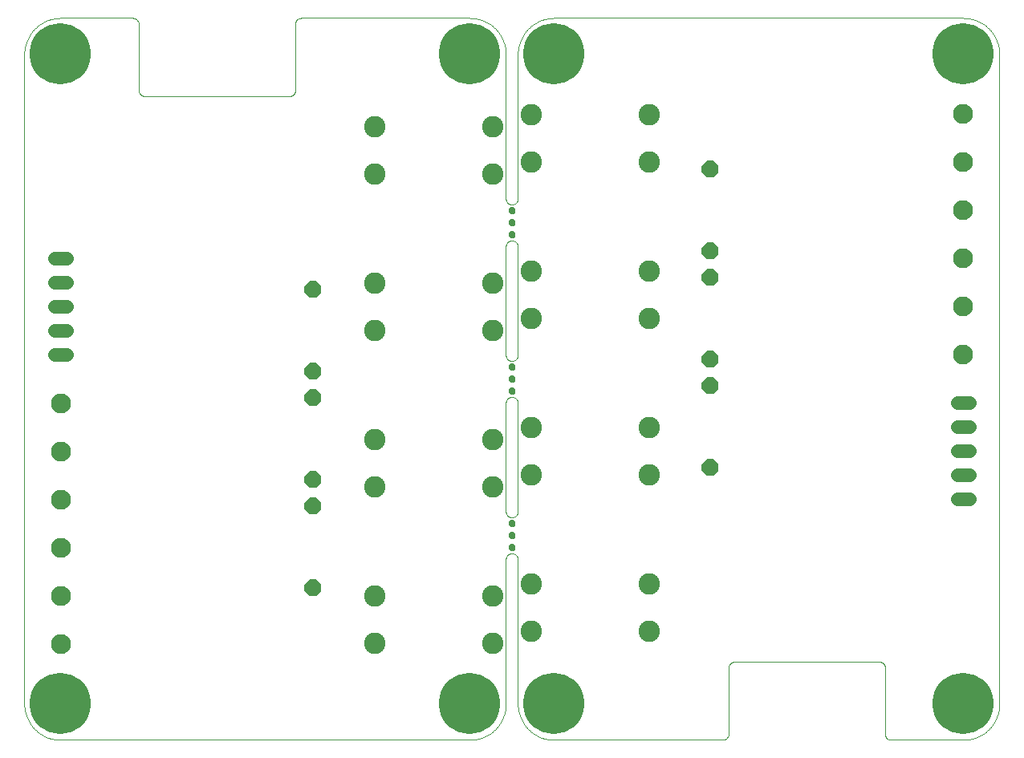
<source format=gbs>
G75*
%MOIN*%
%OFA0B0*%
%FSLAX25Y25*%
%IPPOS*%
%LPD*%
%AMOC8*
5,1,8,0,0,1.08239X$1,22.5*
%
%ADD10C,0.00000*%
%ADD11C,0.02762*%
%ADD12C,0.08274*%
%ADD13OC8,0.07000*%
%ADD14C,0.08900*%
%ADD15C,0.25400*%
%ADD16C,0.05600*%
D10*
X0021300Y0021600D02*
X0021300Y0291600D01*
X0021304Y0291962D01*
X0021318Y0292325D01*
X0021339Y0292687D01*
X0021370Y0293048D01*
X0021409Y0293408D01*
X0021457Y0293767D01*
X0021514Y0294125D01*
X0021579Y0294482D01*
X0021653Y0294837D01*
X0021736Y0295190D01*
X0021827Y0295541D01*
X0021926Y0295889D01*
X0022034Y0296235D01*
X0022150Y0296579D01*
X0022275Y0296919D01*
X0022407Y0297256D01*
X0022548Y0297590D01*
X0022697Y0297921D01*
X0022854Y0298248D01*
X0023018Y0298571D01*
X0023190Y0298890D01*
X0023370Y0299204D01*
X0023558Y0299515D01*
X0023753Y0299820D01*
X0023955Y0300121D01*
X0024165Y0300417D01*
X0024381Y0300707D01*
X0024605Y0300993D01*
X0024835Y0301273D01*
X0025072Y0301547D01*
X0025316Y0301815D01*
X0025566Y0302078D01*
X0025822Y0302334D01*
X0026085Y0302584D01*
X0026353Y0302828D01*
X0026627Y0303065D01*
X0026907Y0303295D01*
X0027193Y0303519D01*
X0027483Y0303735D01*
X0027779Y0303945D01*
X0028080Y0304147D01*
X0028385Y0304342D01*
X0028696Y0304530D01*
X0029010Y0304710D01*
X0029329Y0304882D01*
X0029652Y0305046D01*
X0029979Y0305203D01*
X0030310Y0305352D01*
X0030644Y0305493D01*
X0030981Y0305625D01*
X0031321Y0305750D01*
X0031665Y0305866D01*
X0032011Y0305974D01*
X0032359Y0306073D01*
X0032710Y0306164D01*
X0033063Y0306247D01*
X0033418Y0306321D01*
X0033775Y0306386D01*
X0034133Y0306443D01*
X0034492Y0306491D01*
X0034852Y0306530D01*
X0035213Y0306561D01*
X0035575Y0306582D01*
X0035938Y0306596D01*
X0036300Y0306600D01*
X0066300Y0306600D01*
X0066398Y0306598D01*
X0066496Y0306592D01*
X0066594Y0306583D01*
X0066691Y0306569D01*
X0066788Y0306552D01*
X0066884Y0306531D01*
X0066979Y0306506D01*
X0067073Y0306478D01*
X0067165Y0306445D01*
X0067257Y0306410D01*
X0067347Y0306370D01*
X0067435Y0306328D01*
X0067522Y0306281D01*
X0067606Y0306232D01*
X0067689Y0306179D01*
X0067769Y0306123D01*
X0067848Y0306063D01*
X0067924Y0306001D01*
X0067997Y0305936D01*
X0068068Y0305868D01*
X0068136Y0305797D01*
X0068201Y0305724D01*
X0068263Y0305648D01*
X0068323Y0305569D01*
X0068379Y0305489D01*
X0068432Y0305406D01*
X0068481Y0305322D01*
X0068528Y0305235D01*
X0068570Y0305147D01*
X0068610Y0305057D01*
X0068645Y0304965D01*
X0068678Y0304873D01*
X0068706Y0304779D01*
X0068731Y0304684D01*
X0068752Y0304588D01*
X0068769Y0304491D01*
X0068783Y0304394D01*
X0068792Y0304296D01*
X0068798Y0304198D01*
X0068800Y0304100D01*
X0068800Y0276600D01*
X0068802Y0276502D01*
X0068808Y0276404D01*
X0068817Y0276306D01*
X0068831Y0276209D01*
X0068848Y0276112D01*
X0068869Y0276016D01*
X0068894Y0275921D01*
X0068922Y0275827D01*
X0068955Y0275735D01*
X0068990Y0275643D01*
X0069030Y0275553D01*
X0069072Y0275465D01*
X0069119Y0275378D01*
X0069168Y0275294D01*
X0069221Y0275211D01*
X0069277Y0275131D01*
X0069337Y0275052D01*
X0069399Y0274976D01*
X0069464Y0274903D01*
X0069532Y0274832D01*
X0069603Y0274764D01*
X0069676Y0274699D01*
X0069752Y0274637D01*
X0069831Y0274577D01*
X0069911Y0274521D01*
X0069994Y0274468D01*
X0070078Y0274419D01*
X0070165Y0274372D01*
X0070253Y0274330D01*
X0070343Y0274290D01*
X0070435Y0274255D01*
X0070527Y0274222D01*
X0070621Y0274194D01*
X0070716Y0274169D01*
X0070812Y0274148D01*
X0070909Y0274131D01*
X0071006Y0274117D01*
X0071104Y0274108D01*
X0071202Y0274102D01*
X0071300Y0274100D01*
X0131300Y0274100D01*
X0131398Y0274102D01*
X0131496Y0274108D01*
X0131594Y0274117D01*
X0131691Y0274131D01*
X0131788Y0274148D01*
X0131884Y0274169D01*
X0131979Y0274194D01*
X0132073Y0274222D01*
X0132165Y0274255D01*
X0132257Y0274290D01*
X0132347Y0274330D01*
X0132435Y0274372D01*
X0132522Y0274419D01*
X0132606Y0274468D01*
X0132689Y0274521D01*
X0132769Y0274577D01*
X0132848Y0274637D01*
X0132924Y0274699D01*
X0132997Y0274764D01*
X0133068Y0274832D01*
X0133136Y0274903D01*
X0133201Y0274976D01*
X0133263Y0275052D01*
X0133323Y0275131D01*
X0133379Y0275211D01*
X0133432Y0275294D01*
X0133481Y0275378D01*
X0133528Y0275465D01*
X0133570Y0275553D01*
X0133610Y0275643D01*
X0133645Y0275735D01*
X0133678Y0275827D01*
X0133706Y0275921D01*
X0133731Y0276016D01*
X0133752Y0276112D01*
X0133769Y0276209D01*
X0133783Y0276306D01*
X0133792Y0276404D01*
X0133798Y0276502D01*
X0133800Y0276600D01*
X0133800Y0304100D01*
X0133802Y0304198D01*
X0133808Y0304296D01*
X0133817Y0304394D01*
X0133831Y0304491D01*
X0133848Y0304588D01*
X0133869Y0304684D01*
X0133894Y0304779D01*
X0133922Y0304873D01*
X0133955Y0304965D01*
X0133990Y0305057D01*
X0134030Y0305147D01*
X0134072Y0305235D01*
X0134119Y0305322D01*
X0134168Y0305406D01*
X0134221Y0305489D01*
X0134277Y0305569D01*
X0134337Y0305648D01*
X0134399Y0305724D01*
X0134464Y0305797D01*
X0134532Y0305868D01*
X0134603Y0305936D01*
X0134676Y0306001D01*
X0134752Y0306063D01*
X0134831Y0306123D01*
X0134911Y0306179D01*
X0134994Y0306232D01*
X0135078Y0306281D01*
X0135165Y0306328D01*
X0135253Y0306370D01*
X0135343Y0306410D01*
X0135435Y0306445D01*
X0135527Y0306478D01*
X0135621Y0306506D01*
X0135716Y0306531D01*
X0135812Y0306552D01*
X0135909Y0306569D01*
X0136006Y0306583D01*
X0136104Y0306592D01*
X0136202Y0306598D01*
X0136300Y0306600D01*
X0206300Y0306600D01*
X0206662Y0306596D01*
X0207025Y0306582D01*
X0207387Y0306561D01*
X0207748Y0306530D01*
X0208108Y0306491D01*
X0208467Y0306443D01*
X0208825Y0306386D01*
X0209182Y0306321D01*
X0209537Y0306247D01*
X0209890Y0306164D01*
X0210241Y0306073D01*
X0210589Y0305974D01*
X0210935Y0305866D01*
X0211279Y0305750D01*
X0211619Y0305625D01*
X0211956Y0305493D01*
X0212290Y0305352D01*
X0212621Y0305203D01*
X0212948Y0305046D01*
X0213271Y0304882D01*
X0213590Y0304710D01*
X0213904Y0304530D01*
X0214215Y0304342D01*
X0214520Y0304147D01*
X0214821Y0303945D01*
X0215117Y0303735D01*
X0215407Y0303519D01*
X0215693Y0303295D01*
X0215973Y0303065D01*
X0216247Y0302828D01*
X0216515Y0302584D01*
X0216778Y0302334D01*
X0217034Y0302078D01*
X0217284Y0301815D01*
X0217528Y0301547D01*
X0217765Y0301273D01*
X0217995Y0300993D01*
X0218219Y0300707D01*
X0218435Y0300417D01*
X0218645Y0300121D01*
X0218847Y0299820D01*
X0219042Y0299515D01*
X0219230Y0299204D01*
X0219410Y0298890D01*
X0219582Y0298571D01*
X0219746Y0298248D01*
X0219903Y0297921D01*
X0220052Y0297590D01*
X0220193Y0297256D01*
X0220325Y0296919D01*
X0220450Y0296579D01*
X0220566Y0296235D01*
X0220674Y0295889D01*
X0220773Y0295541D01*
X0220864Y0295190D01*
X0220947Y0294837D01*
X0221021Y0294482D01*
X0221086Y0294125D01*
X0221143Y0293767D01*
X0221191Y0293408D01*
X0221230Y0293048D01*
X0221261Y0292687D01*
X0221282Y0292325D01*
X0221296Y0291962D01*
X0221300Y0291600D01*
X0221300Y0231600D01*
X0221302Y0231502D01*
X0221308Y0231404D01*
X0221317Y0231306D01*
X0221331Y0231209D01*
X0221348Y0231112D01*
X0221369Y0231016D01*
X0221394Y0230921D01*
X0221422Y0230827D01*
X0221455Y0230735D01*
X0221490Y0230643D01*
X0221530Y0230553D01*
X0221572Y0230465D01*
X0221619Y0230378D01*
X0221668Y0230294D01*
X0221721Y0230211D01*
X0221777Y0230131D01*
X0221837Y0230052D01*
X0221899Y0229976D01*
X0221964Y0229903D01*
X0222032Y0229832D01*
X0222103Y0229764D01*
X0222176Y0229699D01*
X0222252Y0229637D01*
X0222331Y0229577D01*
X0222411Y0229521D01*
X0222494Y0229468D01*
X0222578Y0229419D01*
X0222665Y0229372D01*
X0222753Y0229330D01*
X0222843Y0229290D01*
X0222935Y0229255D01*
X0223027Y0229222D01*
X0223121Y0229194D01*
X0223216Y0229169D01*
X0223312Y0229148D01*
X0223409Y0229131D01*
X0223506Y0229117D01*
X0223604Y0229108D01*
X0223702Y0229102D01*
X0223800Y0229100D01*
X0223898Y0229102D01*
X0223996Y0229108D01*
X0224094Y0229117D01*
X0224191Y0229131D01*
X0224288Y0229148D01*
X0224384Y0229169D01*
X0224479Y0229194D01*
X0224573Y0229222D01*
X0224665Y0229255D01*
X0224757Y0229290D01*
X0224847Y0229330D01*
X0224935Y0229372D01*
X0225022Y0229419D01*
X0225106Y0229468D01*
X0225189Y0229521D01*
X0225269Y0229577D01*
X0225348Y0229637D01*
X0225424Y0229699D01*
X0225497Y0229764D01*
X0225568Y0229832D01*
X0225636Y0229903D01*
X0225701Y0229976D01*
X0225763Y0230052D01*
X0225823Y0230131D01*
X0225879Y0230211D01*
X0225932Y0230294D01*
X0225981Y0230378D01*
X0226028Y0230465D01*
X0226070Y0230553D01*
X0226110Y0230643D01*
X0226145Y0230735D01*
X0226178Y0230827D01*
X0226206Y0230921D01*
X0226231Y0231016D01*
X0226252Y0231112D01*
X0226269Y0231209D01*
X0226283Y0231306D01*
X0226292Y0231404D01*
X0226298Y0231502D01*
X0226300Y0231600D01*
X0226300Y0291600D01*
X0226304Y0291962D01*
X0226318Y0292325D01*
X0226339Y0292687D01*
X0226370Y0293048D01*
X0226409Y0293408D01*
X0226457Y0293767D01*
X0226514Y0294125D01*
X0226579Y0294482D01*
X0226653Y0294837D01*
X0226736Y0295190D01*
X0226827Y0295541D01*
X0226926Y0295889D01*
X0227034Y0296235D01*
X0227150Y0296579D01*
X0227275Y0296919D01*
X0227407Y0297256D01*
X0227548Y0297590D01*
X0227697Y0297921D01*
X0227854Y0298248D01*
X0228018Y0298571D01*
X0228190Y0298890D01*
X0228370Y0299204D01*
X0228558Y0299515D01*
X0228753Y0299820D01*
X0228955Y0300121D01*
X0229165Y0300417D01*
X0229381Y0300707D01*
X0229605Y0300993D01*
X0229835Y0301273D01*
X0230072Y0301547D01*
X0230316Y0301815D01*
X0230566Y0302078D01*
X0230822Y0302334D01*
X0231085Y0302584D01*
X0231353Y0302828D01*
X0231627Y0303065D01*
X0231907Y0303295D01*
X0232193Y0303519D01*
X0232483Y0303735D01*
X0232779Y0303945D01*
X0233080Y0304147D01*
X0233385Y0304342D01*
X0233696Y0304530D01*
X0234010Y0304710D01*
X0234329Y0304882D01*
X0234652Y0305046D01*
X0234979Y0305203D01*
X0235310Y0305352D01*
X0235644Y0305493D01*
X0235981Y0305625D01*
X0236321Y0305750D01*
X0236665Y0305866D01*
X0237011Y0305974D01*
X0237359Y0306073D01*
X0237710Y0306164D01*
X0238063Y0306247D01*
X0238418Y0306321D01*
X0238775Y0306386D01*
X0239133Y0306443D01*
X0239492Y0306491D01*
X0239852Y0306530D01*
X0240213Y0306561D01*
X0240575Y0306582D01*
X0240938Y0306596D01*
X0241300Y0306600D01*
X0411300Y0306600D01*
X0411662Y0306596D01*
X0412025Y0306582D01*
X0412387Y0306561D01*
X0412748Y0306530D01*
X0413108Y0306491D01*
X0413467Y0306443D01*
X0413825Y0306386D01*
X0414182Y0306321D01*
X0414537Y0306247D01*
X0414890Y0306164D01*
X0415241Y0306073D01*
X0415589Y0305974D01*
X0415935Y0305866D01*
X0416279Y0305750D01*
X0416619Y0305625D01*
X0416956Y0305493D01*
X0417290Y0305352D01*
X0417621Y0305203D01*
X0417948Y0305046D01*
X0418271Y0304882D01*
X0418590Y0304710D01*
X0418904Y0304530D01*
X0419215Y0304342D01*
X0419520Y0304147D01*
X0419821Y0303945D01*
X0420117Y0303735D01*
X0420407Y0303519D01*
X0420693Y0303295D01*
X0420973Y0303065D01*
X0421247Y0302828D01*
X0421515Y0302584D01*
X0421778Y0302334D01*
X0422034Y0302078D01*
X0422284Y0301815D01*
X0422528Y0301547D01*
X0422765Y0301273D01*
X0422995Y0300993D01*
X0423219Y0300707D01*
X0423435Y0300417D01*
X0423645Y0300121D01*
X0423847Y0299820D01*
X0424042Y0299515D01*
X0424230Y0299204D01*
X0424410Y0298890D01*
X0424582Y0298571D01*
X0424746Y0298248D01*
X0424903Y0297921D01*
X0425052Y0297590D01*
X0425193Y0297256D01*
X0425325Y0296919D01*
X0425450Y0296579D01*
X0425566Y0296235D01*
X0425674Y0295889D01*
X0425773Y0295541D01*
X0425864Y0295190D01*
X0425947Y0294837D01*
X0426021Y0294482D01*
X0426086Y0294125D01*
X0426143Y0293767D01*
X0426191Y0293408D01*
X0426230Y0293048D01*
X0426261Y0292687D01*
X0426282Y0292325D01*
X0426296Y0291962D01*
X0426300Y0291600D01*
X0426300Y0021600D01*
X0426296Y0021238D01*
X0426282Y0020875D01*
X0426261Y0020513D01*
X0426230Y0020152D01*
X0426191Y0019792D01*
X0426143Y0019433D01*
X0426086Y0019075D01*
X0426021Y0018718D01*
X0425947Y0018363D01*
X0425864Y0018010D01*
X0425773Y0017659D01*
X0425674Y0017311D01*
X0425566Y0016965D01*
X0425450Y0016621D01*
X0425325Y0016281D01*
X0425193Y0015944D01*
X0425052Y0015610D01*
X0424903Y0015279D01*
X0424746Y0014952D01*
X0424582Y0014629D01*
X0424410Y0014310D01*
X0424230Y0013996D01*
X0424042Y0013685D01*
X0423847Y0013380D01*
X0423645Y0013079D01*
X0423435Y0012783D01*
X0423219Y0012493D01*
X0422995Y0012207D01*
X0422765Y0011927D01*
X0422528Y0011653D01*
X0422284Y0011385D01*
X0422034Y0011122D01*
X0421778Y0010866D01*
X0421515Y0010616D01*
X0421247Y0010372D01*
X0420973Y0010135D01*
X0420693Y0009905D01*
X0420407Y0009681D01*
X0420117Y0009465D01*
X0419821Y0009255D01*
X0419520Y0009053D01*
X0419215Y0008858D01*
X0418904Y0008670D01*
X0418590Y0008490D01*
X0418271Y0008318D01*
X0417948Y0008154D01*
X0417621Y0007997D01*
X0417290Y0007848D01*
X0416956Y0007707D01*
X0416619Y0007575D01*
X0416279Y0007450D01*
X0415935Y0007334D01*
X0415589Y0007226D01*
X0415241Y0007127D01*
X0414890Y0007036D01*
X0414537Y0006953D01*
X0414182Y0006879D01*
X0413825Y0006814D01*
X0413467Y0006757D01*
X0413108Y0006709D01*
X0412748Y0006670D01*
X0412387Y0006639D01*
X0412025Y0006618D01*
X0411662Y0006604D01*
X0411300Y0006600D01*
X0381300Y0006600D01*
X0381202Y0006602D01*
X0381104Y0006608D01*
X0381006Y0006617D01*
X0380909Y0006631D01*
X0380812Y0006648D01*
X0380716Y0006669D01*
X0380621Y0006694D01*
X0380527Y0006722D01*
X0380435Y0006755D01*
X0380343Y0006790D01*
X0380253Y0006830D01*
X0380165Y0006872D01*
X0380078Y0006919D01*
X0379994Y0006968D01*
X0379911Y0007021D01*
X0379831Y0007077D01*
X0379752Y0007137D01*
X0379676Y0007199D01*
X0379603Y0007264D01*
X0379532Y0007332D01*
X0379464Y0007403D01*
X0379399Y0007476D01*
X0379337Y0007552D01*
X0379277Y0007631D01*
X0379221Y0007711D01*
X0379168Y0007794D01*
X0379119Y0007878D01*
X0379072Y0007965D01*
X0379030Y0008053D01*
X0378990Y0008143D01*
X0378955Y0008235D01*
X0378922Y0008327D01*
X0378894Y0008421D01*
X0378869Y0008516D01*
X0378848Y0008612D01*
X0378831Y0008709D01*
X0378817Y0008806D01*
X0378808Y0008904D01*
X0378802Y0009002D01*
X0378800Y0009100D01*
X0378800Y0036600D01*
X0378798Y0036698D01*
X0378792Y0036796D01*
X0378783Y0036894D01*
X0378769Y0036991D01*
X0378752Y0037088D01*
X0378731Y0037184D01*
X0378706Y0037279D01*
X0378678Y0037373D01*
X0378645Y0037465D01*
X0378610Y0037557D01*
X0378570Y0037647D01*
X0378528Y0037735D01*
X0378481Y0037822D01*
X0378432Y0037906D01*
X0378379Y0037989D01*
X0378323Y0038069D01*
X0378263Y0038148D01*
X0378201Y0038224D01*
X0378136Y0038297D01*
X0378068Y0038368D01*
X0377997Y0038436D01*
X0377924Y0038501D01*
X0377848Y0038563D01*
X0377769Y0038623D01*
X0377689Y0038679D01*
X0377606Y0038732D01*
X0377522Y0038781D01*
X0377435Y0038828D01*
X0377347Y0038870D01*
X0377257Y0038910D01*
X0377165Y0038945D01*
X0377073Y0038978D01*
X0376979Y0039006D01*
X0376884Y0039031D01*
X0376788Y0039052D01*
X0376691Y0039069D01*
X0376594Y0039083D01*
X0376496Y0039092D01*
X0376398Y0039098D01*
X0376300Y0039100D01*
X0316300Y0039100D01*
X0316202Y0039098D01*
X0316104Y0039092D01*
X0316006Y0039083D01*
X0315909Y0039069D01*
X0315812Y0039052D01*
X0315716Y0039031D01*
X0315621Y0039006D01*
X0315527Y0038978D01*
X0315435Y0038945D01*
X0315343Y0038910D01*
X0315253Y0038870D01*
X0315165Y0038828D01*
X0315078Y0038781D01*
X0314994Y0038732D01*
X0314911Y0038679D01*
X0314831Y0038623D01*
X0314752Y0038563D01*
X0314676Y0038501D01*
X0314603Y0038436D01*
X0314532Y0038368D01*
X0314464Y0038297D01*
X0314399Y0038224D01*
X0314337Y0038148D01*
X0314277Y0038069D01*
X0314221Y0037989D01*
X0314168Y0037906D01*
X0314119Y0037822D01*
X0314072Y0037735D01*
X0314030Y0037647D01*
X0313990Y0037557D01*
X0313955Y0037465D01*
X0313922Y0037373D01*
X0313894Y0037279D01*
X0313869Y0037184D01*
X0313848Y0037088D01*
X0313831Y0036991D01*
X0313817Y0036894D01*
X0313808Y0036796D01*
X0313802Y0036698D01*
X0313800Y0036600D01*
X0313800Y0009100D01*
X0313798Y0009002D01*
X0313792Y0008904D01*
X0313783Y0008806D01*
X0313769Y0008709D01*
X0313752Y0008612D01*
X0313731Y0008516D01*
X0313706Y0008421D01*
X0313678Y0008327D01*
X0313645Y0008235D01*
X0313610Y0008143D01*
X0313570Y0008053D01*
X0313528Y0007965D01*
X0313481Y0007878D01*
X0313432Y0007794D01*
X0313379Y0007711D01*
X0313323Y0007631D01*
X0313263Y0007552D01*
X0313201Y0007476D01*
X0313136Y0007403D01*
X0313068Y0007332D01*
X0312997Y0007264D01*
X0312924Y0007199D01*
X0312848Y0007137D01*
X0312769Y0007077D01*
X0312689Y0007021D01*
X0312606Y0006968D01*
X0312522Y0006919D01*
X0312435Y0006872D01*
X0312347Y0006830D01*
X0312257Y0006790D01*
X0312165Y0006755D01*
X0312073Y0006722D01*
X0311979Y0006694D01*
X0311884Y0006669D01*
X0311788Y0006648D01*
X0311691Y0006631D01*
X0311594Y0006617D01*
X0311496Y0006608D01*
X0311398Y0006602D01*
X0311300Y0006600D01*
X0241300Y0006600D01*
X0240938Y0006604D01*
X0240575Y0006618D01*
X0240213Y0006639D01*
X0239852Y0006670D01*
X0239492Y0006709D01*
X0239133Y0006757D01*
X0238775Y0006814D01*
X0238418Y0006879D01*
X0238063Y0006953D01*
X0237710Y0007036D01*
X0237359Y0007127D01*
X0237011Y0007226D01*
X0236665Y0007334D01*
X0236321Y0007450D01*
X0235981Y0007575D01*
X0235644Y0007707D01*
X0235310Y0007848D01*
X0234979Y0007997D01*
X0234652Y0008154D01*
X0234329Y0008318D01*
X0234010Y0008490D01*
X0233696Y0008670D01*
X0233385Y0008858D01*
X0233080Y0009053D01*
X0232779Y0009255D01*
X0232483Y0009465D01*
X0232193Y0009681D01*
X0231907Y0009905D01*
X0231627Y0010135D01*
X0231353Y0010372D01*
X0231085Y0010616D01*
X0230822Y0010866D01*
X0230566Y0011122D01*
X0230316Y0011385D01*
X0230072Y0011653D01*
X0229835Y0011927D01*
X0229605Y0012207D01*
X0229381Y0012493D01*
X0229165Y0012783D01*
X0228955Y0013079D01*
X0228753Y0013380D01*
X0228558Y0013685D01*
X0228370Y0013996D01*
X0228190Y0014310D01*
X0228018Y0014629D01*
X0227854Y0014952D01*
X0227697Y0015279D01*
X0227548Y0015610D01*
X0227407Y0015944D01*
X0227275Y0016281D01*
X0227150Y0016621D01*
X0227034Y0016965D01*
X0226926Y0017311D01*
X0226827Y0017659D01*
X0226736Y0018010D01*
X0226653Y0018363D01*
X0226579Y0018718D01*
X0226514Y0019075D01*
X0226457Y0019433D01*
X0226409Y0019792D01*
X0226370Y0020152D01*
X0226339Y0020513D01*
X0226318Y0020875D01*
X0226304Y0021238D01*
X0226300Y0021600D01*
X0226300Y0081600D01*
X0226298Y0081698D01*
X0226292Y0081796D01*
X0226283Y0081894D01*
X0226269Y0081991D01*
X0226252Y0082088D01*
X0226231Y0082184D01*
X0226206Y0082279D01*
X0226178Y0082373D01*
X0226145Y0082465D01*
X0226110Y0082557D01*
X0226070Y0082647D01*
X0226028Y0082735D01*
X0225981Y0082822D01*
X0225932Y0082906D01*
X0225879Y0082989D01*
X0225823Y0083069D01*
X0225763Y0083148D01*
X0225701Y0083224D01*
X0225636Y0083297D01*
X0225568Y0083368D01*
X0225497Y0083436D01*
X0225424Y0083501D01*
X0225348Y0083563D01*
X0225269Y0083623D01*
X0225189Y0083679D01*
X0225106Y0083732D01*
X0225022Y0083781D01*
X0224935Y0083828D01*
X0224847Y0083870D01*
X0224757Y0083910D01*
X0224665Y0083945D01*
X0224573Y0083978D01*
X0224479Y0084006D01*
X0224384Y0084031D01*
X0224288Y0084052D01*
X0224191Y0084069D01*
X0224094Y0084083D01*
X0223996Y0084092D01*
X0223898Y0084098D01*
X0223800Y0084100D01*
X0223702Y0084098D01*
X0223604Y0084092D01*
X0223506Y0084083D01*
X0223409Y0084069D01*
X0223312Y0084052D01*
X0223216Y0084031D01*
X0223121Y0084006D01*
X0223027Y0083978D01*
X0222935Y0083945D01*
X0222843Y0083910D01*
X0222753Y0083870D01*
X0222665Y0083828D01*
X0222578Y0083781D01*
X0222494Y0083732D01*
X0222411Y0083679D01*
X0222331Y0083623D01*
X0222252Y0083563D01*
X0222176Y0083501D01*
X0222103Y0083436D01*
X0222032Y0083368D01*
X0221964Y0083297D01*
X0221899Y0083224D01*
X0221837Y0083148D01*
X0221777Y0083069D01*
X0221721Y0082989D01*
X0221668Y0082906D01*
X0221619Y0082822D01*
X0221572Y0082735D01*
X0221530Y0082647D01*
X0221490Y0082557D01*
X0221455Y0082465D01*
X0221422Y0082373D01*
X0221394Y0082279D01*
X0221369Y0082184D01*
X0221348Y0082088D01*
X0221331Y0081991D01*
X0221317Y0081894D01*
X0221308Y0081796D01*
X0221302Y0081698D01*
X0221300Y0081600D01*
X0221300Y0021600D01*
X0221296Y0021238D01*
X0221282Y0020875D01*
X0221261Y0020513D01*
X0221230Y0020152D01*
X0221191Y0019792D01*
X0221143Y0019433D01*
X0221086Y0019075D01*
X0221021Y0018718D01*
X0220947Y0018363D01*
X0220864Y0018010D01*
X0220773Y0017659D01*
X0220674Y0017311D01*
X0220566Y0016965D01*
X0220450Y0016621D01*
X0220325Y0016281D01*
X0220193Y0015944D01*
X0220052Y0015610D01*
X0219903Y0015279D01*
X0219746Y0014952D01*
X0219582Y0014629D01*
X0219410Y0014310D01*
X0219230Y0013996D01*
X0219042Y0013685D01*
X0218847Y0013380D01*
X0218645Y0013079D01*
X0218435Y0012783D01*
X0218219Y0012493D01*
X0217995Y0012207D01*
X0217765Y0011927D01*
X0217528Y0011653D01*
X0217284Y0011385D01*
X0217034Y0011122D01*
X0216778Y0010866D01*
X0216515Y0010616D01*
X0216247Y0010372D01*
X0215973Y0010135D01*
X0215693Y0009905D01*
X0215407Y0009681D01*
X0215117Y0009465D01*
X0214821Y0009255D01*
X0214520Y0009053D01*
X0214215Y0008858D01*
X0213904Y0008670D01*
X0213590Y0008490D01*
X0213271Y0008318D01*
X0212948Y0008154D01*
X0212621Y0007997D01*
X0212290Y0007848D01*
X0211956Y0007707D01*
X0211619Y0007575D01*
X0211279Y0007450D01*
X0210935Y0007334D01*
X0210589Y0007226D01*
X0210241Y0007127D01*
X0209890Y0007036D01*
X0209537Y0006953D01*
X0209182Y0006879D01*
X0208825Y0006814D01*
X0208467Y0006757D01*
X0208108Y0006709D01*
X0207748Y0006670D01*
X0207387Y0006639D01*
X0207025Y0006618D01*
X0206662Y0006604D01*
X0206300Y0006600D01*
X0036300Y0006600D01*
X0035938Y0006604D01*
X0035575Y0006618D01*
X0035213Y0006639D01*
X0034852Y0006670D01*
X0034492Y0006709D01*
X0034133Y0006757D01*
X0033775Y0006814D01*
X0033418Y0006879D01*
X0033063Y0006953D01*
X0032710Y0007036D01*
X0032359Y0007127D01*
X0032011Y0007226D01*
X0031665Y0007334D01*
X0031321Y0007450D01*
X0030981Y0007575D01*
X0030644Y0007707D01*
X0030310Y0007848D01*
X0029979Y0007997D01*
X0029652Y0008154D01*
X0029329Y0008318D01*
X0029010Y0008490D01*
X0028696Y0008670D01*
X0028385Y0008858D01*
X0028080Y0009053D01*
X0027779Y0009255D01*
X0027483Y0009465D01*
X0027193Y0009681D01*
X0026907Y0009905D01*
X0026627Y0010135D01*
X0026353Y0010372D01*
X0026085Y0010616D01*
X0025822Y0010866D01*
X0025566Y0011122D01*
X0025316Y0011385D01*
X0025072Y0011653D01*
X0024835Y0011927D01*
X0024605Y0012207D01*
X0024381Y0012493D01*
X0024165Y0012783D01*
X0023955Y0013079D01*
X0023753Y0013380D01*
X0023558Y0013685D01*
X0023370Y0013996D01*
X0023190Y0014310D01*
X0023018Y0014629D01*
X0022854Y0014952D01*
X0022697Y0015279D01*
X0022548Y0015610D01*
X0022407Y0015944D01*
X0022275Y0016281D01*
X0022150Y0016621D01*
X0022034Y0016965D01*
X0021926Y0017311D01*
X0021827Y0017659D01*
X0021736Y0018010D01*
X0021653Y0018363D01*
X0021579Y0018718D01*
X0021514Y0019075D01*
X0021457Y0019433D01*
X0021409Y0019792D01*
X0021370Y0020152D01*
X0021339Y0020513D01*
X0021318Y0020875D01*
X0021304Y0021238D01*
X0021300Y0021600D01*
X0221300Y0101600D02*
X0221300Y0146600D01*
X0221302Y0146698D01*
X0221308Y0146796D01*
X0221317Y0146894D01*
X0221331Y0146991D01*
X0221348Y0147088D01*
X0221369Y0147184D01*
X0221394Y0147279D01*
X0221422Y0147373D01*
X0221455Y0147465D01*
X0221490Y0147557D01*
X0221530Y0147647D01*
X0221572Y0147735D01*
X0221619Y0147822D01*
X0221668Y0147906D01*
X0221721Y0147989D01*
X0221777Y0148069D01*
X0221837Y0148148D01*
X0221899Y0148224D01*
X0221964Y0148297D01*
X0222032Y0148368D01*
X0222103Y0148436D01*
X0222176Y0148501D01*
X0222252Y0148563D01*
X0222331Y0148623D01*
X0222411Y0148679D01*
X0222494Y0148732D01*
X0222578Y0148781D01*
X0222665Y0148828D01*
X0222753Y0148870D01*
X0222843Y0148910D01*
X0222935Y0148945D01*
X0223027Y0148978D01*
X0223121Y0149006D01*
X0223216Y0149031D01*
X0223312Y0149052D01*
X0223409Y0149069D01*
X0223506Y0149083D01*
X0223604Y0149092D01*
X0223702Y0149098D01*
X0223800Y0149100D01*
X0223898Y0149098D01*
X0223996Y0149092D01*
X0224094Y0149083D01*
X0224191Y0149069D01*
X0224288Y0149052D01*
X0224384Y0149031D01*
X0224479Y0149006D01*
X0224573Y0148978D01*
X0224665Y0148945D01*
X0224757Y0148910D01*
X0224847Y0148870D01*
X0224935Y0148828D01*
X0225022Y0148781D01*
X0225106Y0148732D01*
X0225189Y0148679D01*
X0225269Y0148623D01*
X0225348Y0148563D01*
X0225424Y0148501D01*
X0225497Y0148436D01*
X0225568Y0148368D01*
X0225636Y0148297D01*
X0225701Y0148224D01*
X0225763Y0148148D01*
X0225823Y0148069D01*
X0225879Y0147989D01*
X0225932Y0147906D01*
X0225981Y0147822D01*
X0226028Y0147735D01*
X0226070Y0147647D01*
X0226110Y0147557D01*
X0226145Y0147465D01*
X0226178Y0147373D01*
X0226206Y0147279D01*
X0226231Y0147184D01*
X0226252Y0147088D01*
X0226269Y0146991D01*
X0226283Y0146894D01*
X0226292Y0146796D01*
X0226298Y0146698D01*
X0226300Y0146600D01*
X0226300Y0101600D01*
X0226298Y0101502D01*
X0226292Y0101404D01*
X0226283Y0101306D01*
X0226269Y0101209D01*
X0226252Y0101112D01*
X0226231Y0101016D01*
X0226206Y0100921D01*
X0226178Y0100827D01*
X0226145Y0100735D01*
X0226110Y0100643D01*
X0226070Y0100553D01*
X0226028Y0100465D01*
X0225981Y0100378D01*
X0225932Y0100294D01*
X0225879Y0100211D01*
X0225823Y0100131D01*
X0225763Y0100052D01*
X0225701Y0099976D01*
X0225636Y0099903D01*
X0225568Y0099832D01*
X0225497Y0099764D01*
X0225424Y0099699D01*
X0225348Y0099637D01*
X0225269Y0099577D01*
X0225189Y0099521D01*
X0225106Y0099468D01*
X0225022Y0099419D01*
X0224935Y0099372D01*
X0224847Y0099330D01*
X0224757Y0099290D01*
X0224665Y0099255D01*
X0224573Y0099222D01*
X0224479Y0099194D01*
X0224384Y0099169D01*
X0224288Y0099148D01*
X0224191Y0099131D01*
X0224094Y0099117D01*
X0223996Y0099108D01*
X0223898Y0099102D01*
X0223800Y0099100D01*
X0223702Y0099102D01*
X0223604Y0099108D01*
X0223506Y0099117D01*
X0223409Y0099131D01*
X0223312Y0099148D01*
X0223216Y0099169D01*
X0223121Y0099194D01*
X0223027Y0099222D01*
X0222935Y0099255D01*
X0222843Y0099290D01*
X0222753Y0099330D01*
X0222665Y0099372D01*
X0222578Y0099419D01*
X0222494Y0099468D01*
X0222411Y0099521D01*
X0222331Y0099577D01*
X0222252Y0099637D01*
X0222176Y0099699D01*
X0222103Y0099764D01*
X0222032Y0099832D01*
X0221964Y0099903D01*
X0221899Y0099976D01*
X0221837Y0100052D01*
X0221777Y0100131D01*
X0221721Y0100211D01*
X0221668Y0100294D01*
X0221619Y0100378D01*
X0221572Y0100465D01*
X0221530Y0100553D01*
X0221490Y0100643D01*
X0221455Y0100735D01*
X0221422Y0100827D01*
X0221394Y0100921D01*
X0221369Y0101016D01*
X0221348Y0101112D01*
X0221331Y0101209D01*
X0221317Y0101306D01*
X0221308Y0101404D01*
X0221302Y0101502D01*
X0221300Y0101600D01*
X0222619Y0096600D02*
X0222621Y0096669D01*
X0222627Y0096737D01*
X0222637Y0096805D01*
X0222651Y0096872D01*
X0222669Y0096939D01*
X0222690Y0097004D01*
X0222716Y0097068D01*
X0222745Y0097130D01*
X0222777Y0097190D01*
X0222813Y0097249D01*
X0222853Y0097305D01*
X0222895Y0097359D01*
X0222941Y0097410D01*
X0222990Y0097459D01*
X0223041Y0097505D01*
X0223095Y0097547D01*
X0223151Y0097587D01*
X0223209Y0097623D01*
X0223270Y0097655D01*
X0223332Y0097684D01*
X0223396Y0097710D01*
X0223461Y0097731D01*
X0223528Y0097749D01*
X0223595Y0097763D01*
X0223663Y0097773D01*
X0223731Y0097779D01*
X0223800Y0097781D01*
X0223869Y0097779D01*
X0223937Y0097773D01*
X0224005Y0097763D01*
X0224072Y0097749D01*
X0224139Y0097731D01*
X0224204Y0097710D01*
X0224268Y0097684D01*
X0224330Y0097655D01*
X0224390Y0097623D01*
X0224449Y0097587D01*
X0224505Y0097547D01*
X0224559Y0097505D01*
X0224610Y0097459D01*
X0224659Y0097410D01*
X0224705Y0097359D01*
X0224747Y0097305D01*
X0224787Y0097249D01*
X0224823Y0097190D01*
X0224855Y0097130D01*
X0224884Y0097068D01*
X0224910Y0097004D01*
X0224931Y0096939D01*
X0224949Y0096872D01*
X0224963Y0096805D01*
X0224973Y0096737D01*
X0224979Y0096669D01*
X0224981Y0096600D01*
X0224979Y0096531D01*
X0224973Y0096463D01*
X0224963Y0096395D01*
X0224949Y0096328D01*
X0224931Y0096261D01*
X0224910Y0096196D01*
X0224884Y0096132D01*
X0224855Y0096070D01*
X0224823Y0096009D01*
X0224787Y0095951D01*
X0224747Y0095895D01*
X0224705Y0095841D01*
X0224659Y0095790D01*
X0224610Y0095741D01*
X0224559Y0095695D01*
X0224505Y0095653D01*
X0224449Y0095613D01*
X0224391Y0095577D01*
X0224330Y0095545D01*
X0224268Y0095516D01*
X0224204Y0095490D01*
X0224139Y0095469D01*
X0224072Y0095451D01*
X0224005Y0095437D01*
X0223937Y0095427D01*
X0223869Y0095421D01*
X0223800Y0095419D01*
X0223731Y0095421D01*
X0223663Y0095427D01*
X0223595Y0095437D01*
X0223528Y0095451D01*
X0223461Y0095469D01*
X0223396Y0095490D01*
X0223332Y0095516D01*
X0223270Y0095545D01*
X0223209Y0095577D01*
X0223151Y0095613D01*
X0223095Y0095653D01*
X0223041Y0095695D01*
X0222990Y0095741D01*
X0222941Y0095790D01*
X0222895Y0095841D01*
X0222853Y0095895D01*
X0222813Y0095951D01*
X0222777Y0096009D01*
X0222745Y0096070D01*
X0222716Y0096132D01*
X0222690Y0096196D01*
X0222669Y0096261D01*
X0222651Y0096328D01*
X0222637Y0096395D01*
X0222627Y0096463D01*
X0222621Y0096531D01*
X0222619Y0096600D01*
X0222619Y0091600D02*
X0222621Y0091669D01*
X0222627Y0091737D01*
X0222637Y0091805D01*
X0222651Y0091872D01*
X0222669Y0091939D01*
X0222690Y0092004D01*
X0222716Y0092068D01*
X0222745Y0092130D01*
X0222777Y0092190D01*
X0222813Y0092249D01*
X0222853Y0092305D01*
X0222895Y0092359D01*
X0222941Y0092410D01*
X0222990Y0092459D01*
X0223041Y0092505D01*
X0223095Y0092547D01*
X0223151Y0092587D01*
X0223209Y0092623D01*
X0223270Y0092655D01*
X0223332Y0092684D01*
X0223396Y0092710D01*
X0223461Y0092731D01*
X0223528Y0092749D01*
X0223595Y0092763D01*
X0223663Y0092773D01*
X0223731Y0092779D01*
X0223800Y0092781D01*
X0223869Y0092779D01*
X0223937Y0092773D01*
X0224005Y0092763D01*
X0224072Y0092749D01*
X0224139Y0092731D01*
X0224204Y0092710D01*
X0224268Y0092684D01*
X0224330Y0092655D01*
X0224390Y0092623D01*
X0224449Y0092587D01*
X0224505Y0092547D01*
X0224559Y0092505D01*
X0224610Y0092459D01*
X0224659Y0092410D01*
X0224705Y0092359D01*
X0224747Y0092305D01*
X0224787Y0092249D01*
X0224823Y0092190D01*
X0224855Y0092130D01*
X0224884Y0092068D01*
X0224910Y0092004D01*
X0224931Y0091939D01*
X0224949Y0091872D01*
X0224963Y0091805D01*
X0224973Y0091737D01*
X0224979Y0091669D01*
X0224981Y0091600D01*
X0224979Y0091531D01*
X0224973Y0091463D01*
X0224963Y0091395D01*
X0224949Y0091328D01*
X0224931Y0091261D01*
X0224910Y0091196D01*
X0224884Y0091132D01*
X0224855Y0091070D01*
X0224823Y0091009D01*
X0224787Y0090951D01*
X0224747Y0090895D01*
X0224705Y0090841D01*
X0224659Y0090790D01*
X0224610Y0090741D01*
X0224559Y0090695D01*
X0224505Y0090653D01*
X0224449Y0090613D01*
X0224391Y0090577D01*
X0224330Y0090545D01*
X0224268Y0090516D01*
X0224204Y0090490D01*
X0224139Y0090469D01*
X0224072Y0090451D01*
X0224005Y0090437D01*
X0223937Y0090427D01*
X0223869Y0090421D01*
X0223800Y0090419D01*
X0223731Y0090421D01*
X0223663Y0090427D01*
X0223595Y0090437D01*
X0223528Y0090451D01*
X0223461Y0090469D01*
X0223396Y0090490D01*
X0223332Y0090516D01*
X0223270Y0090545D01*
X0223209Y0090577D01*
X0223151Y0090613D01*
X0223095Y0090653D01*
X0223041Y0090695D01*
X0222990Y0090741D01*
X0222941Y0090790D01*
X0222895Y0090841D01*
X0222853Y0090895D01*
X0222813Y0090951D01*
X0222777Y0091009D01*
X0222745Y0091070D01*
X0222716Y0091132D01*
X0222690Y0091196D01*
X0222669Y0091261D01*
X0222651Y0091328D01*
X0222637Y0091395D01*
X0222627Y0091463D01*
X0222621Y0091531D01*
X0222619Y0091600D01*
X0222619Y0086600D02*
X0222621Y0086669D01*
X0222627Y0086737D01*
X0222637Y0086805D01*
X0222651Y0086872D01*
X0222669Y0086939D01*
X0222690Y0087004D01*
X0222716Y0087068D01*
X0222745Y0087130D01*
X0222777Y0087190D01*
X0222813Y0087249D01*
X0222853Y0087305D01*
X0222895Y0087359D01*
X0222941Y0087410D01*
X0222990Y0087459D01*
X0223041Y0087505D01*
X0223095Y0087547D01*
X0223151Y0087587D01*
X0223209Y0087623D01*
X0223270Y0087655D01*
X0223332Y0087684D01*
X0223396Y0087710D01*
X0223461Y0087731D01*
X0223528Y0087749D01*
X0223595Y0087763D01*
X0223663Y0087773D01*
X0223731Y0087779D01*
X0223800Y0087781D01*
X0223869Y0087779D01*
X0223937Y0087773D01*
X0224005Y0087763D01*
X0224072Y0087749D01*
X0224139Y0087731D01*
X0224204Y0087710D01*
X0224268Y0087684D01*
X0224330Y0087655D01*
X0224390Y0087623D01*
X0224449Y0087587D01*
X0224505Y0087547D01*
X0224559Y0087505D01*
X0224610Y0087459D01*
X0224659Y0087410D01*
X0224705Y0087359D01*
X0224747Y0087305D01*
X0224787Y0087249D01*
X0224823Y0087190D01*
X0224855Y0087130D01*
X0224884Y0087068D01*
X0224910Y0087004D01*
X0224931Y0086939D01*
X0224949Y0086872D01*
X0224963Y0086805D01*
X0224973Y0086737D01*
X0224979Y0086669D01*
X0224981Y0086600D01*
X0224979Y0086531D01*
X0224973Y0086463D01*
X0224963Y0086395D01*
X0224949Y0086328D01*
X0224931Y0086261D01*
X0224910Y0086196D01*
X0224884Y0086132D01*
X0224855Y0086070D01*
X0224823Y0086009D01*
X0224787Y0085951D01*
X0224747Y0085895D01*
X0224705Y0085841D01*
X0224659Y0085790D01*
X0224610Y0085741D01*
X0224559Y0085695D01*
X0224505Y0085653D01*
X0224449Y0085613D01*
X0224391Y0085577D01*
X0224330Y0085545D01*
X0224268Y0085516D01*
X0224204Y0085490D01*
X0224139Y0085469D01*
X0224072Y0085451D01*
X0224005Y0085437D01*
X0223937Y0085427D01*
X0223869Y0085421D01*
X0223800Y0085419D01*
X0223731Y0085421D01*
X0223663Y0085427D01*
X0223595Y0085437D01*
X0223528Y0085451D01*
X0223461Y0085469D01*
X0223396Y0085490D01*
X0223332Y0085516D01*
X0223270Y0085545D01*
X0223209Y0085577D01*
X0223151Y0085613D01*
X0223095Y0085653D01*
X0223041Y0085695D01*
X0222990Y0085741D01*
X0222941Y0085790D01*
X0222895Y0085841D01*
X0222853Y0085895D01*
X0222813Y0085951D01*
X0222777Y0086009D01*
X0222745Y0086070D01*
X0222716Y0086132D01*
X0222690Y0086196D01*
X0222669Y0086261D01*
X0222651Y0086328D01*
X0222637Y0086395D01*
X0222627Y0086463D01*
X0222621Y0086531D01*
X0222619Y0086600D01*
X0222619Y0151600D02*
X0222621Y0151669D01*
X0222627Y0151737D01*
X0222637Y0151805D01*
X0222651Y0151872D01*
X0222669Y0151939D01*
X0222690Y0152004D01*
X0222716Y0152068D01*
X0222745Y0152130D01*
X0222777Y0152190D01*
X0222813Y0152249D01*
X0222853Y0152305D01*
X0222895Y0152359D01*
X0222941Y0152410D01*
X0222990Y0152459D01*
X0223041Y0152505D01*
X0223095Y0152547D01*
X0223151Y0152587D01*
X0223209Y0152623D01*
X0223270Y0152655D01*
X0223332Y0152684D01*
X0223396Y0152710D01*
X0223461Y0152731D01*
X0223528Y0152749D01*
X0223595Y0152763D01*
X0223663Y0152773D01*
X0223731Y0152779D01*
X0223800Y0152781D01*
X0223869Y0152779D01*
X0223937Y0152773D01*
X0224005Y0152763D01*
X0224072Y0152749D01*
X0224139Y0152731D01*
X0224204Y0152710D01*
X0224268Y0152684D01*
X0224330Y0152655D01*
X0224390Y0152623D01*
X0224449Y0152587D01*
X0224505Y0152547D01*
X0224559Y0152505D01*
X0224610Y0152459D01*
X0224659Y0152410D01*
X0224705Y0152359D01*
X0224747Y0152305D01*
X0224787Y0152249D01*
X0224823Y0152190D01*
X0224855Y0152130D01*
X0224884Y0152068D01*
X0224910Y0152004D01*
X0224931Y0151939D01*
X0224949Y0151872D01*
X0224963Y0151805D01*
X0224973Y0151737D01*
X0224979Y0151669D01*
X0224981Y0151600D01*
X0224979Y0151531D01*
X0224973Y0151463D01*
X0224963Y0151395D01*
X0224949Y0151328D01*
X0224931Y0151261D01*
X0224910Y0151196D01*
X0224884Y0151132D01*
X0224855Y0151070D01*
X0224823Y0151009D01*
X0224787Y0150951D01*
X0224747Y0150895D01*
X0224705Y0150841D01*
X0224659Y0150790D01*
X0224610Y0150741D01*
X0224559Y0150695D01*
X0224505Y0150653D01*
X0224449Y0150613D01*
X0224391Y0150577D01*
X0224330Y0150545D01*
X0224268Y0150516D01*
X0224204Y0150490D01*
X0224139Y0150469D01*
X0224072Y0150451D01*
X0224005Y0150437D01*
X0223937Y0150427D01*
X0223869Y0150421D01*
X0223800Y0150419D01*
X0223731Y0150421D01*
X0223663Y0150427D01*
X0223595Y0150437D01*
X0223528Y0150451D01*
X0223461Y0150469D01*
X0223396Y0150490D01*
X0223332Y0150516D01*
X0223270Y0150545D01*
X0223209Y0150577D01*
X0223151Y0150613D01*
X0223095Y0150653D01*
X0223041Y0150695D01*
X0222990Y0150741D01*
X0222941Y0150790D01*
X0222895Y0150841D01*
X0222853Y0150895D01*
X0222813Y0150951D01*
X0222777Y0151009D01*
X0222745Y0151070D01*
X0222716Y0151132D01*
X0222690Y0151196D01*
X0222669Y0151261D01*
X0222651Y0151328D01*
X0222637Y0151395D01*
X0222627Y0151463D01*
X0222621Y0151531D01*
X0222619Y0151600D01*
X0222619Y0156600D02*
X0222621Y0156669D01*
X0222627Y0156737D01*
X0222637Y0156805D01*
X0222651Y0156872D01*
X0222669Y0156939D01*
X0222690Y0157004D01*
X0222716Y0157068D01*
X0222745Y0157130D01*
X0222777Y0157190D01*
X0222813Y0157249D01*
X0222853Y0157305D01*
X0222895Y0157359D01*
X0222941Y0157410D01*
X0222990Y0157459D01*
X0223041Y0157505D01*
X0223095Y0157547D01*
X0223151Y0157587D01*
X0223209Y0157623D01*
X0223270Y0157655D01*
X0223332Y0157684D01*
X0223396Y0157710D01*
X0223461Y0157731D01*
X0223528Y0157749D01*
X0223595Y0157763D01*
X0223663Y0157773D01*
X0223731Y0157779D01*
X0223800Y0157781D01*
X0223869Y0157779D01*
X0223937Y0157773D01*
X0224005Y0157763D01*
X0224072Y0157749D01*
X0224139Y0157731D01*
X0224204Y0157710D01*
X0224268Y0157684D01*
X0224330Y0157655D01*
X0224390Y0157623D01*
X0224449Y0157587D01*
X0224505Y0157547D01*
X0224559Y0157505D01*
X0224610Y0157459D01*
X0224659Y0157410D01*
X0224705Y0157359D01*
X0224747Y0157305D01*
X0224787Y0157249D01*
X0224823Y0157190D01*
X0224855Y0157130D01*
X0224884Y0157068D01*
X0224910Y0157004D01*
X0224931Y0156939D01*
X0224949Y0156872D01*
X0224963Y0156805D01*
X0224973Y0156737D01*
X0224979Y0156669D01*
X0224981Y0156600D01*
X0224979Y0156531D01*
X0224973Y0156463D01*
X0224963Y0156395D01*
X0224949Y0156328D01*
X0224931Y0156261D01*
X0224910Y0156196D01*
X0224884Y0156132D01*
X0224855Y0156070D01*
X0224823Y0156009D01*
X0224787Y0155951D01*
X0224747Y0155895D01*
X0224705Y0155841D01*
X0224659Y0155790D01*
X0224610Y0155741D01*
X0224559Y0155695D01*
X0224505Y0155653D01*
X0224449Y0155613D01*
X0224391Y0155577D01*
X0224330Y0155545D01*
X0224268Y0155516D01*
X0224204Y0155490D01*
X0224139Y0155469D01*
X0224072Y0155451D01*
X0224005Y0155437D01*
X0223937Y0155427D01*
X0223869Y0155421D01*
X0223800Y0155419D01*
X0223731Y0155421D01*
X0223663Y0155427D01*
X0223595Y0155437D01*
X0223528Y0155451D01*
X0223461Y0155469D01*
X0223396Y0155490D01*
X0223332Y0155516D01*
X0223270Y0155545D01*
X0223209Y0155577D01*
X0223151Y0155613D01*
X0223095Y0155653D01*
X0223041Y0155695D01*
X0222990Y0155741D01*
X0222941Y0155790D01*
X0222895Y0155841D01*
X0222853Y0155895D01*
X0222813Y0155951D01*
X0222777Y0156009D01*
X0222745Y0156070D01*
X0222716Y0156132D01*
X0222690Y0156196D01*
X0222669Y0156261D01*
X0222651Y0156328D01*
X0222637Y0156395D01*
X0222627Y0156463D01*
X0222621Y0156531D01*
X0222619Y0156600D01*
X0222619Y0161600D02*
X0222621Y0161669D01*
X0222627Y0161737D01*
X0222637Y0161805D01*
X0222651Y0161872D01*
X0222669Y0161939D01*
X0222690Y0162004D01*
X0222716Y0162068D01*
X0222745Y0162130D01*
X0222777Y0162190D01*
X0222813Y0162249D01*
X0222853Y0162305D01*
X0222895Y0162359D01*
X0222941Y0162410D01*
X0222990Y0162459D01*
X0223041Y0162505D01*
X0223095Y0162547D01*
X0223151Y0162587D01*
X0223209Y0162623D01*
X0223270Y0162655D01*
X0223332Y0162684D01*
X0223396Y0162710D01*
X0223461Y0162731D01*
X0223528Y0162749D01*
X0223595Y0162763D01*
X0223663Y0162773D01*
X0223731Y0162779D01*
X0223800Y0162781D01*
X0223869Y0162779D01*
X0223937Y0162773D01*
X0224005Y0162763D01*
X0224072Y0162749D01*
X0224139Y0162731D01*
X0224204Y0162710D01*
X0224268Y0162684D01*
X0224330Y0162655D01*
X0224390Y0162623D01*
X0224449Y0162587D01*
X0224505Y0162547D01*
X0224559Y0162505D01*
X0224610Y0162459D01*
X0224659Y0162410D01*
X0224705Y0162359D01*
X0224747Y0162305D01*
X0224787Y0162249D01*
X0224823Y0162190D01*
X0224855Y0162130D01*
X0224884Y0162068D01*
X0224910Y0162004D01*
X0224931Y0161939D01*
X0224949Y0161872D01*
X0224963Y0161805D01*
X0224973Y0161737D01*
X0224979Y0161669D01*
X0224981Y0161600D01*
X0224979Y0161531D01*
X0224973Y0161463D01*
X0224963Y0161395D01*
X0224949Y0161328D01*
X0224931Y0161261D01*
X0224910Y0161196D01*
X0224884Y0161132D01*
X0224855Y0161070D01*
X0224823Y0161009D01*
X0224787Y0160951D01*
X0224747Y0160895D01*
X0224705Y0160841D01*
X0224659Y0160790D01*
X0224610Y0160741D01*
X0224559Y0160695D01*
X0224505Y0160653D01*
X0224449Y0160613D01*
X0224391Y0160577D01*
X0224330Y0160545D01*
X0224268Y0160516D01*
X0224204Y0160490D01*
X0224139Y0160469D01*
X0224072Y0160451D01*
X0224005Y0160437D01*
X0223937Y0160427D01*
X0223869Y0160421D01*
X0223800Y0160419D01*
X0223731Y0160421D01*
X0223663Y0160427D01*
X0223595Y0160437D01*
X0223528Y0160451D01*
X0223461Y0160469D01*
X0223396Y0160490D01*
X0223332Y0160516D01*
X0223270Y0160545D01*
X0223209Y0160577D01*
X0223151Y0160613D01*
X0223095Y0160653D01*
X0223041Y0160695D01*
X0222990Y0160741D01*
X0222941Y0160790D01*
X0222895Y0160841D01*
X0222853Y0160895D01*
X0222813Y0160951D01*
X0222777Y0161009D01*
X0222745Y0161070D01*
X0222716Y0161132D01*
X0222690Y0161196D01*
X0222669Y0161261D01*
X0222651Y0161328D01*
X0222637Y0161395D01*
X0222627Y0161463D01*
X0222621Y0161531D01*
X0222619Y0161600D01*
X0221300Y0166600D02*
X0221302Y0166502D01*
X0221308Y0166404D01*
X0221317Y0166306D01*
X0221331Y0166209D01*
X0221348Y0166112D01*
X0221369Y0166016D01*
X0221394Y0165921D01*
X0221422Y0165827D01*
X0221455Y0165735D01*
X0221490Y0165643D01*
X0221530Y0165553D01*
X0221572Y0165465D01*
X0221619Y0165378D01*
X0221668Y0165294D01*
X0221721Y0165211D01*
X0221777Y0165131D01*
X0221837Y0165052D01*
X0221899Y0164976D01*
X0221964Y0164903D01*
X0222032Y0164832D01*
X0222103Y0164764D01*
X0222176Y0164699D01*
X0222252Y0164637D01*
X0222331Y0164577D01*
X0222411Y0164521D01*
X0222494Y0164468D01*
X0222578Y0164419D01*
X0222665Y0164372D01*
X0222753Y0164330D01*
X0222843Y0164290D01*
X0222935Y0164255D01*
X0223027Y0164222D01*
X0223121Y0164194D01*
X0223216Y0164169D01*
X0223312Y0164148D01*
X0223409Y0164131D01*
X0223506Y0164117D01*
X0223604Y0164108D01*
X0223702Y0164102D01*
X0223800Y0164100D01*
X0223898Y0164102D01*
X0223996Y0164108D01*
X0224094Y0164117D01*
X0224191Y0164131D01*
X0224288Y0164148D01*
X0224384Y0164169D01*
X0224479Y0164194D01*
X0224573Y0164222D01*
X0224665Y0164255D01*
X0224757Y0164290D01*
X0224847Y0164330D01*
X0224935Y0164372D01*
X0225022Y0164419D01*
X0225106Y0164468D01*
X0225189Y0164521D01*
X0225269Y0164577D01*
X0225348Y0164637D01*
X0225424Y0164699D01*
X0225497Y0164764D01*
X0225568Y0164832D01*
X0225636Y0164903D01*
X0225701Y0164976D01*
X0225763Y0165052D01*
X0225823Y0165131D01*
X0225879Y0165211D01*
X0225932Y0165294D01*
X0225981Y0165378D01*
X0226028Y0165465D01*
X0226070Y0165553D01*
X0226110Y0165643D01*
X0226145Y0165735D01*
X0226178Y0165827D01*
X0226206Y0165921D01*
X0226231Y0166016D01*
X0226252Y0166112D01*
X0226269Y0166209D01*
X0226283Y0166306D01*
X0226292Y0166404D01*
X0226298Y0166502D01*
X0226300Y0166600D01*
X0226300Y0211600D01*
X0226298Y0211698D01*
X0226292Y0211796D01*
X0226283Y0211894D01*
X0226269Y0211991D01*
X0226252Y0212088D01*
X0226231Y0212184D01*
X0226206Y0212279D01*
X0226178Y0212373D01*
X0226145Y0212465D01*
X0226110Y0212557D01*
X0226070Y0212647D01*
X0226028Y0212735D01*
X0225981Y0212822D01*
X0225932Y0212906D01*
X0225879Y0212989D01*
X0225823Y0213069D01*
X0225763Y0213148D01*
X0225701Y0213224D01*
X0225636Y0213297D01*
X0225568Y0213368D01*
X0225497Y0213436D01*
X0225424Y0213501D01*
X0225348Y0213563D01*
X0225269Y0213623D01*
X0225189Y0213679D01*
X0225106Y0213732D01*
X0225022Y0213781D01*
X0224935Y0213828D01*
X0224847Y0213870D01*
X0224757Y0213910D01*
X0224665Y0213945D01*
X0224573Y0213978D01*
X0224479Y0214006D01*
X0224384Y0214031D01*
X0224288Y0214052D01*
X0224191Y0214069D01*
X0224094Y0214083D01*
X0223996Y0214092D01*
X0223898Y0214098D01*
X0223800Y0214100D01*
X0223702Y0214098D01*
X0223604Y0214092D01*
X0223506Y0214083D01*
X0223409Y0214069D01*
X0223312Y0214052D01*
X0223216Y0214031D01*
X0223121Y0214006D01*
X0223027Y0213978D01*
X0222935Y0213945D01*
X0222843Y0213910D01*
X0222753Y0213870D01*
X0222665Y0213828D01*
X0222578Y0213781D01*
X0222494Y0213732D01*
X0222411Y0213679D01*
X0222331Y0213623D01*
X0222252Y0213563D01*
X0222176Y0213501D01*
X0222103Y0213436D01*
X0222032Y0213368D01*
X0221964Y0213297D01*
X0221899Y0213224D01*
X0221837Y0213148D01*
X0221777Y0213069D01*
X0221721Y0212989D01*
X0221668Y0212906D01*
X0221619Y0212822D01*
X0221572Y0212735D01*
X0221530Y0212647D01*
X0221490Y0212557D01*
X0221455Y0212465D01*
X0221422Y0212373D01*
X0221394Y0212279D01*
X0221369Y0212184D01*
X0221348Y0212088D01*
X0221331Y0211991D01*
X0221317Y0211894D01*
X0221308Y0211796D01*
X0221302Y0211698D01*
X0221300Y0211600D01*
X0221300Y0166600D01*
X0222619Y0216600D02*
X0222621Y0216669D01*
X0222627Y0216737D01*
X0222637Y0216805D01*
X0222651Y0216872D01*
X0222669Y0216939D01*
X0222690Y0217004D01*
X0222716Y0217068D01*
X0222745Y0217130D01*
X0222777Y0217190D01*
X0222813Y0217249D01*
X0222853Y0217305D01*
X0222895Y0217359D01*
X0222941Y0217410D01*
X0222990Y0217459D01*
X0223041Y0217505D01*
X0223095Y0217547D01*
X0223151Y0217587D01*
X0223209Y0217623D01*
X0223270Y0217655D01*
X0223332Y0217684D01*
X0223396Y0217710D01*
X0223461Y0217731D01*
X0223528Y0217749D01*
X0223595Y0217763D01*
X0223663Y0217773D01*
X0223731Y0217779D01*
X0223800Y0217781D01*
X0223869Y0217779D01*
X0223937Y0217773D01*
X0224005Y0217763D01*
X0224072Y0217749D01*
X0224139Y0217731D01*
X0224204Y0217710D01*
X0224268Y0217684D01*
X0224330Y0217655D01*
X0224390Y0217623D01*
X0224449Y0217587D01*
X0224505Y0217547D01*
X0224559Y0217505D01*
X0224610Y0217459D01*
X0224659Y0217410D01*
X0224705Y0217359D01*
X0224747Y0217305D01*
X0224787Y0217249D01*
X0224823Y0217190D01*
X0224855Y0217130D01*
X0224884Y0217068D01*
X0224910Y0217004D01*
X0224931Y0216939D01*
X0224949Y0216872D01*
X0224963Y0216805D01*
X0224973Y0216737D01*
X0224979Y0216669D01*
X0224981Y0216600D01*
X0224979Y0216531D01*
X0224973Y0216463D01*
X0224963Y0216395D01*
X0224949Y0216328D01*
X0224931Y0216261D01*
X0224910Y0216196D01*
X0224884Y0216132D01*
X0224855Y0216070D01*
X0224823Y0216009D01*
X0224787Y0215951D01*
X0224747Y0215895D01*
X0224705Y0215841D01*
X0224659Y0215790D01*
X0224610Y0215741D01*
X0224559Y0215695D01*
X0224505Y0215653D01*
X0224449Y0215613D01*
X0224391Y0215577D01*
X0224330Y0215545D01*
X0224268Y0215516D01*
X0224204Y0215490D01*
X0224139Y0215469D01*
X0224072Y0215451D01*
X0224005Y0215437D01*
X0223937Y0215427D01*
X0223869Y0215421D01*
X0223800Y0215419D01*
X0223731Y0215421D01*
X0223663Y0215427D01*
X0223595Y0215437D01*
X0223528Y0215451D01*
X0223461Y0215469D01*
X0223396Y0215490D01*
X0223332Y0215516D01*
X0223270Y0215545D01*
X0223209Y0215577D01*
X0223151Y0215613D01*
X0223095Y0215653D01*
X0223041Y0215695D01*
X0222990Y0215741D01*
X0222941Y0215790D01*
X0222895Y0215841D01*
X0222853Y0215895D01*
X0222813Y0215951D01*
X0222777Y0216009D01*
X0222745Y0216070D01*
X0222716Y0216132D01*
X0222690Y0216196D01*
X0222669Y0216261D01*
X0222651Y0216328D01*
X0222637Y0216395D01*
X0222627Y0216463D01*
X0222621Y0216531D01*
X0222619Y0216600D01*
X0222619Y0221600D02*
X0222621Y0221669D01*
X0222627Y0221737D01*
X0222637Y0221805D01*
X0222651Y0221872D01*
X0222669Y0221939D01*
X0222690Y0222004D01*
X0222716Y0222068D01*
X0222745Y0222130D01*
X0222777Y0222190D01*
X0222813Y0222249D01*
X0222853Y0222305D01*
X0222895Y0222359D01*
X0222941Y0222410D01*
X0222990Y0222459D01*
X0223041Y0222505D01*
X0223095Y0222547D01*
X0223151Y0222587D01*
X0223209Y0222623D01*
X0223270Y0222655D01*
X0223332Y0222684D01*
X0223396Y0222710D01*
X0223461Y0222731D01*
X0223528Y0222749D01*
X0223595Y0222763D01*
X0223663Y0222773D01*
X0223731Y0222779D01*
X0223800Y0222781D01*
X0223869Y0222779D01*
X0223937Y0222773D01*
X0224005Y0222763D01*
X0224072Y0222749D01*
X0224139Y0222731D01*
X0224204Y0222710D01*
X0224268Y0222684D01*
X0224330Y0222655D01*
X0224390Y0222623D01*
X0224449Y0222587D01*
X0224505Y0222547D01*
X0224559Y0222505D01*
X0224610Y0222459D01*
X0224659Y0222410D01*
X0224705Y0222359D01*
X0224747Y0222305D01*
X0224787Y0222249D01*
X0224823Y0222190D01*
X0224855Y0222130D01*
X0224884Y0222068D01*
X0224910Y0222004D01*
X0224931Y0221939D01*
X0224949Y0221872D01*
X0224963Y0221805D01*
X0224973Y0221737D01*
X0224979Y0221669D01*
X0224981Y0221600D01*
X0224979Y0221531D01*
X0224973Y0221463D01*
X0224963Y0221395D01*
X0224949Y0221328D01*
X0224931Y0221261D01*
X0224910Y0221196D01*
X0224884Y0221132D01*
X0224855Y0221070D01*
X0224823Y0221009D01*
X0224787Y0220951D01*
X0224747Y0220895D01*
X0224705Y0220841D01*
X0224659Y0220790D01*
X0224610Y0220741D01*
X0224559Y0220695D01*
X0224505Y0220653D01*
X0224449Y0220613D01*
X0224391Y0220577D01*
X0224330Y0220545D01*
X0224268Y0220516D01*
X0224204Y0220490D01*
X0224139Y0220469D01*
X0224072Y0220451D01*
X0224005Y0220437D01*
X0223937Y0220427D01*
X0223869Y0220421D01*
X0223800Y0220419D01*
X0223731Y0220421D01*
X0223663Y0220427D01*
X0223595Y0220437D01*
X0223528Y0220451D01*
X0223461Y0220469D01*
X0223396Y0220490D01*
X0223332Y0220516D01*
X0223270Y0220545D01*
X0223209Y0220577D01*
X0223151Y0220613D01*
X0223095Y0220653D01*
X0223041Y0220695D01*
X0222990Y0220741D01*
X0222941Y0220790D01*
X0222895Y0220841D01*
X0222853Y0220895D01*
X0222813Y0220951D01*
X0222777Y0221009D01*
X0222745Y0221070D01*
X0222716Y0221132D01*
X0222690Y0221196D01*
X0222669Y0221261D01*
X0222651Y0221328D01*
X0222637Y0221395D01*
X0222627Y0221463D01*
X0222621Y0221531D01*
X0222619Y0221600D01*
X0222619Y0226600D02*
X0222621Y0226669D01*
X0222627Y0226737D01*
X0222637Y0226805D01*
X0222651Y0226872D01*
X0222669Y0226939D01*
X0222690Y0227004D01*
X0222716Y0227068D01*
X0222745Y0227130D01*
X0222777Y0227190D01*
X0222813Y0227249D01*
X0222853Y0227305D01*
X0222895Y0227359D01*
X0222941Y0227410D01*
X0222990Y0227459D01*
X0223041Y0227505D01*
X0223095Y0227547D01*
X0223151Y0227587D01*
X0223209Y0227623D01*
X0223270Y0227655D01*
X0223332Y0227684D01*
X0223396Y0227710D01*
X0223461Y0227731D01*
X0223528Y0227749D01*
X0223595Y0227763D01*
X0223663Y0227773D01*
X0223731Y0227779D01*
X0223800Y0227781D01*
X0223869Y0227779D01*
X0223937Y0227773D01*
X0224005Y0227763D01*
X0224072Y0227749D01*
X0224139Y0227731D01*
X0224204Y0227710D01*
X0224268Y0227684D01*
X0224330Y0227655D01*
X0224390Y0227623D01*
X0224449Y0227587D01*
X0224505Y0227547D01*
X0224559Y0227505D01*
X0224610Y0227459D01*
X0224659Y0227410D01*
X0224705Y0227359D01*
X0224747Y0227305D01*
X0224787Y0227249D01*
X0224823Y0227190D01*
X0224855Y0227130D01*
X0224884Y0227068D01*
X0224910Y0227004D01*
X0224931Y0226939D01*
X0224949Y0226872D01*
X0224963Y0226805D01*
X0224973Y0226737D01*
X0224979Y0226669D01*
X0224981Y0226600D01*
X0224979Y0226531D01*
X0224973Y0226463D01*
X0224963Y0226395D01*
X0224949Y0226328D01*
X0224931Y0226261D01*
X0224910Y0226196D01*
X0224884Y0226132D01*
X0224855Y0226070D01*
X0224823Y0226009D01*
X0224787Y0225951D01*
X0224747Y0225895D01*
X0224705Y0225841D01*
X0224659Y0225790D01*
X0224610Y0225741D01*
X0224559Y0225695D01*
X0224505Y0225653D01*
X0224449Y0225613D01*
X0224391Y0225577D01*
X0224330Y0225545D01*
X0224268Y0225516D01*
X0224204Y0225490D01*
X0224139Y0225469D01*
X0224072Y0225451D01*
X0224005Y0225437D01*
X0223937Y0225427D01*
X0223869Y0225421D01*
X0223800Y0225419D01*
X0223731Y0225421D01*
X0223663Y0225427D01*
X0223595Y0225437D01*
X0223528Y0225451D01*
X0223461Y0225469D01*
X0223396Y0225490D01*
X0223332Y0225516D01*
X0223270Y0225545D01*
X0223209Y0225577D01*
X0223151Y0225613D01*
X0223095Y0225653D01*
X0223041Y0225695D01*
X0222990Y0225741D01*
X0222941Y0225790D01*
X0222895Y0225841D01*
X0222853Y0225895D01*
X0222813Y0225951D01*
X0222777Y0226009D01*
X0222745Y0226070D01*
X0222716Y0226132D01*
X0222690Y0226196D01*
X0222669Y0226261D01*
X0222651Y0226328D01*
X0222637Y0226395D01*
X0222627Y0226463D01*
X0222621Y0226531D01*
X0222619Y0226600D01*
D11*
X0223800Y0226600D03*
X0223800Y0221600D03*
X0223800Y0216600D03*
X0223800Y0161600D03*
X0223800Y0156600D03*
X0223800Y0151600D03*
X0223800Y0096600D03*
X0223800Y0091600D03*
X0223800Y0086600D03*
D12*
X0411202Y0166683D03*
X0411202Y0186683D03*
X0411202Y0206683D03*
X0411202Y0226683D03*
X0411202Y0246683D03*
X0411202Y0266683D03*
X0036398Y0146517D03*
X0036398Y0126517D03*
X0036398Y0106517D03*
X0036398Y0086517D03*
X0036398Y0066517D03*
X0036398Y0046517D03*
D13*
X0141300Y0069600D03*
X0141300Y0103600D03*
X0141300Y0114600D03*
X0141300Y0148600D03*
X0141300Y0159600D03*
X0141300Y0193600D03*
X0306300Y0198600D03*
X0306300Y0209600D03*
X0306300Y0243600D03*
X0306300Y0164600D03*
X0306300Y0153600D03*
X0306300Y0119600D03*
D14*
X0280906Y0116757D03*
X0280906Y0136443D03*
X0231694Y0136443D03*
X0215906Y0131443D03*
X0231694Y0116757D03*
X0215906Y0111757D03*
X0166694Y0111757D03*
X0166694Y0131443D03*
X0166694Y0176757D03*
X0166694Y0196443D03*
X0215906Y0196443D03*
X0231694Y0201443D03*
X0231694Y0181757D03*
X0215906Y0176757D03*
X0280906Y0181757D03*
X0280906Y0201443D03*
X0280906Y0246757D03*
X0280906Y0266443D03*
X0231694Y0266443D03*
X0215906Y0261443D03*
X0231694Y0246757D03*
X0215906Y0241757D03*
X0166694Y0241757D03*
X0166694Y0261443D03*
X0231694Y0071443D03*
X0215906Y0066443D03*
X0231694Y0051757D03*
X0215906Y0046757D03*
X0166694Y0046757D03*
X0166694Y0066443D03*
X0280906Y0071443D03*
X0280906Y0051757D03*
D15*
X0241300Y0021600D03*
X0206300Y0021600D03*
X0036300Y0021600D03*
X0411300Y0021600D03*
X0411300Y0291600D03*
X0241300Y0291600D03*
X0206300Y0291600D03*
X0036300Y0291600D03*
D16*
X0038900Y0206600D02*
X0033700Y0206600D01*
X0033700Y0196600D02*
X0038900Y0196600D01*
X0038900Y0186600D02*
X0033700Y0186600D01*
X0033700Y0176600D02*
X0038900Y0176600D01*
X0038900Y0166600D02*
X0033700Y0166600D01*
X0408700Y0146600D02*
X0413900Y0146600D01*
X0413900Y0136600D02*
X0408700Y0136600D01*
X0408700Y0126600D02*
X0413900Y0126600D01*
X0413900Y0116600D02*
X0408700Y0116600D01*
X0408700Y0106600D02*
X0413900Y0106600D01*
M02*

</source>
